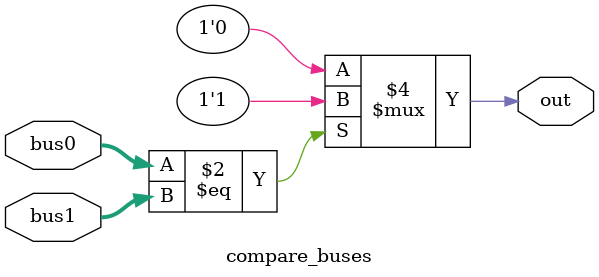
<source format=v>
`timescale 1ns / 1ps

module compare_buses(
     input [7:0] bus0,
     input [7:0] bus1,
   	 output reg out);
	
always @(*)

	if(bus0 == bus1)
		out = 1;
	else
		out = 0;
		
endmodule
</source>
